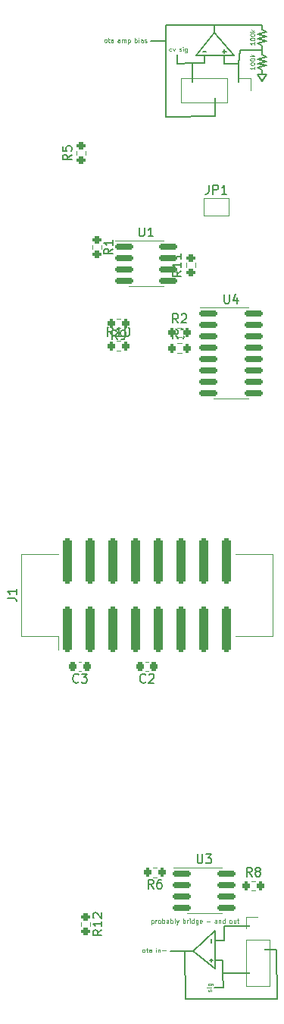
<source format=gbr>
%TF.GenerationSoftware,KiCad,Pcbnew,(7.0.0)*%
%TF.CreationDate,2023-03-26T07:08:48-07:00*%
%TF.ProjectId,electricdruid_vca,656c6563-7472-4696-9364-727569645f76,rev?*%
%TF.SameCoordinates,Original*%
%TF.FileFunction,Legend,Top*%
%TF.FilePolarity,Positive*%
%FSLAX46Y46*%
G04 Gerber Fmt 4.6, Leading zero omitted, Abs format (unit mm)*
G04 Created by KiCad (PCBNEW (7.0.0)) date 2023-03-26 07:08:48*
%MOMM*%
%LPD*%
G01*
G04 APERTURE LIST*
G04 Aperture macros list*
%AMRoundRect*
0 Rectangle with rounded corners*
0 $1 Rounding radius*
0 $2 $3 $4 $5 $6 $7 $8 $9 X,Y pos of 4 corners*
0 Add a 4 corners polygon primitive as box body*
4,1,4,$2,$3,$4,$5,$6,$7,$8,$9,$2,$3,0*
0 Add four circle primitives for the rounded corners*
1,1,$1+$1,$2,$3*
1,1,$1+$1,$4,$5*
1,1,$1+$1,$6,$7*
1,1,$1+$1,$8,$9*
0 Add four rect primitives between the rounded corners*
20,1,$1+$1,$2,$3,$4,$5,0*
20,1,$1+$1,$4,$5,$6,$7,0*
20,1,$1+$1,$6,$7,$8,$9,0*
20,1,$1+$1,$8,$9,$2,$3,0*%
%AMFreePoly0*
4,1,6,1.000000,0.000000,0.500000,-0.750000,-0.500000,-0.750000,-0.500000,0.750000,0.500000,0.750000,1.000000,0.000000,1.000000,0.000000,$1*%
%AMFreePoly1*
4,1,6,0.500000,-0.750000,-0.650000,-0.750000,-0.150000,0.000000,-0.650000,0.750000,0.500000,0.750000,0.500000,-0.750000,0.500000,-0.750000,$1*%
G04 Aperture macros list end*
%ADD10C,0.150000*%
%ADD11C,0.125000*%
%ADD12C,0.120000*%
%ADD13RoundRect,0.200000X-0.275000X0.200000X-0.275000X-0.200000X0.275000X-0.200000X0.275000X0.200000X0*%
%ADD14RoundRect,0.200000X0.200000X0.275000X-0.200000X0.275000X-0.200000X-0.275000X0.200000X-0.275000X0*%
%ADD15FreePoly0,0.000000*%
%ADD16FreePoly1,0.000000*%
%ADD17RoundRect,0.200000X-0.200000X-0.275000X0.200000X-0.275000X0.200000X0.275000X-0.200000X0.275000X0*%
%ADD18RoundRect,0.150000X-0.850000X-0.150000X0.850000X-0.150000X0.850000X0.150000X-0.850000X0.150000X0*%
%ADD19RoundRect,0.225000X0.225000X0.250000X-0.225000X0.250000X-0.225000X-0.250000X0.225000X-0.250000X0*%
%ADD20RoundRect,0.255000X0.255000X-2.245000X0.255000X2.245000X-0.255000X2.245000X-0.255000X-2.245000X0*%
%ADD21RoundRect,0.150000X-0.825000X-0.150000X0.825000X-0.150000X0.825000X0.150000X-0.825000X0.150000X0*%
%ADD22RoundRect,0.200000X0.275000X-0.200000X0.275000X0.200000X-0.275000X0.200000X-0.275000X-0.200000X0*%
%ADD23R,1.700000X1.700000*%
%ADD24O,1.700000X1.700000*%
%ADD25R,1.930000X1.830000*%
%ADD26C,2.130000*%
%ADD27O,2.720000X3.240000*%
%ADD28R,1.800000X1.800000*%
%ADD29C,1.800000*%
G04 APERTURE END LIST*
D10*
X45600000Y-34300000D02*
X45600000Y-37300000D01*
X40500000Y-133250000D02*
X39625000Y-133250000D01*
X41800000Y-33400000D02*
X41800000Y-34200000D01*
X48750000Y-31750000D02*
X47750000Y-31500000D01*
X48250000Y-36250000D02*
X47750000Y-35500000D01*
X48750000Y-30750000D02*
X48250000Y-30500000D01*
X48250000Y-35000000D02*
X47750000Y-34750000D01*
X48250000Y-32250000D02*
X47750000Y-32000000D01*
X44000000Y-33400000D02*
X44000000Y-34300000D01*
X49825000Y-133125000D02*
X47025000Y-133125000D01*
X39625000Y-133250000D02*
X38000000Y-133250000D01*
X45750000Y-32750000D02*
X45600000Y-34300000D01*
X43000000Y-131000000D02*
X43000000Y-135250000D01*
X48750000Y-33500000D02*
X48250000Y-33250000D01*
X37500000Y-31750000D02*
X35750000Y-31750000D01*
X44000000Y-34300000D02*
X45600000Y-34300000D01*
X48250000Y-32750000D02*
X45750000Y-32750000D01*
X47750000Y-34750000D02*
X48750000Y-34500000D01*
X40400000Y-34200000D02*
X40400000Y-37200000D01*
X48750000Y-31250000D02*
X47750000Y-31000000D01*
X43950000Y-130500000D02*
X46950000Y-130500000D01*
X41650000Y-32900000D02*
X41950000Y-32900000D01*
X43950000Y-132100000D02*
X43950000Y-130500000D01*
X43050000Y-134300000D02*
X43850000Y-134300000D01*
X47750000Y-32000000D02*
X48750000Y-31750000D01*
X42550000Y-134450000D02*
X42550000Y-134150000D01*
X43000000Y-135250000D02*
X40500000Y-133250000D01*
X43850000Y-134300000D02*
X43850000Y-135700000D01*
X47750000Y-31000000D02*
X48750000Y-30750000D01*
X43850000Y-135700000D02*
X46850000Y-135700000D01*
X37500000Y-40250000D02*
X42975000Y-40175000D01*
X47750000Y-31500000D02*
X48750000Y-31250000D01*
X48250000Y-35500000D02*
X48250000Y-35000000D01*
X44000000Y-32700000D02*
X44000000Y-33100000D01*
X41800000Y-34200000D02*
X40400000Y-34200000D01*
X38750000Y-34250000D02*
X38750000Y-33250000D01*
X42975000Y-40175000D02*
X42975000Y-37375000D01*
X48250000Y-30500000D02*
X48250000Y-30000000D01*
X45100000Y-33350000D02*
X40850000Y-33350000D01*
X37500000Y-30000000D02*
X37500000Y-40250000D01*
X48250000Y-30000000D02*
X42850000Y-29975000D01*
X42550000Y-132300000D02*
X42550000Y-131900000D01*
X39625000Y-133250000D02*
X39650000Y-138600000D01*
X48750000Y-34500000D02*
X47750000Y-34250000D01*
X42850000Y-30850000D02*
X45100000Y-33350000D01*
X43850000Y-135700000D02*
X43900000Y-137350000D01*
X47750000Y-33750000D02*
X48750000Y-33500000D01*
X49900000Y-138600000D02*
X49825000Y-133125000D01*
X48250000Y-32750000D02*
X48250000Y-32250000D01*
X40500000Y-133250000D02*
X43000000Y-131000000D01*
X48750000Y-34000000D02*
X47750000Y-33750000D01*
X48250000Y-33250000D02*
X48250000Y-32750000D01*
X43900000Y-137350000D02*
X42900000Y-137350000D01*
X47750000Y-35500000D02*
X48750000Y-35500000D01*
X47750000Y-34250000D02*
X48750000Y-34000000D01*
X42850000Y-30850000D02*
X42850000Y-29975000D01*
X40400000Y-34200000D02*
X38750000Y-34250000D01*
X42350000Y-134300000D02*
X42750000Y-134300000D01*
X39650000Y-138600000D02*
X49900000Y-138600000D01*
X43800000Y-32900000D02*
X44200000Y-32900000D01*
X43050000Y-132100000D02*
X43950000Y-132100000D01*
X40850000Y-33350000D02*
X42850000Y-30850000D01*
X42850000Y-29975000D02*
X37500000Y-30000000D01*
X48750000Y-35500000D02*
X48250000Y-36250000D01*
D11*
X38083333Y-32867380D02*
X38035714Y-32891190D01*
X38035714Y-32891190D02*
X37940476Y-32891190D01*
X37940476Y-32891190D02*
X37892857Y-32867380D01*
X37892857Y-32867380D02*
X37869047Y-32843571D01*
X37869047Y-32843571D02*
X37845238Y-32795952D01*
X37845238Y-32795952D02*
X37845238Y-32653095D01*
X37845238Y-32653095D02*
X37869047Y-32605476D01*
X37869047Y-32605476D02*
X37892857Y-32581666D01*
X37892857Y-32581666D02*
X37940476Y-32557857D01*
X37940476Y-32557857D02*
X38035714Y-32557857D01*
X38035714Y-32557857D02*
X38083333Y-32581666D01*
X38249999Y-32557857D02*
X38369047Y-32891190D01*
X38369047Y-32891190D02*
X38488094Y-32557857D01*
X38954761Y-32867380D02*
X39002380Y-32891190D01*
X39002380Y-32891190D02*
X39097618Y-32891190D01*
X39097618Y-32891190D02*
X39145237Y-32867380D01*
X39145237Y-32867380D02*
X39169046Y-32819761D01*
X39169046Y-32819761D02*
X39169046Y-32795952D01*
X39169046Y-32795952D02*
X39145237Y-32748333D01*
X39145237Y-32748333D02*
X39097618Y-32724523D01*
X39097618Y-32724523D02*
X39026189Y-32724523D01*
X39026189Y-32724523D02*
X38978570Y-32700714D01*
X38978570Y-32700714D02*
X38954761Y-32653095D01*
X38954761Y-32653095D02*
X38954761Y-32629285D01*
X38954761Y-32629285D02*
X38978570Y-32581666D01*
X38978570Y-32581666D02*
X39026189Y-32557857D01*
X39026189Y-32557857D02*
X39097618Y-32557857D01*
X39097618Y-32557857D02*
X39145237Y-32581666D01*
X39383332Y-32891190D02*
X39383332Y-32557857D01*
X39383332Y-32391190D02*
X39359523Y-32415000D01*
X39359523Y-32415000D02*
X39383332Y-32438809D01*
X39383332Y-32438809D02*
X39407142Y-32415000D01*
X39407142Y-32415000D02*
X39383332Y-32391190D01*
X39383332Y-32391190D02*
X39383332Y-32438809D01*
X39835713Y-32557857D02*
X39835713Y-32962619D01*
X39835713Y-32962619D02*
X39811903Y-33010238D01*
X39811903Y-33010238D02*
X39788094Y-33034047D01*
X39788094Y-33034047D02*
X39740475Y-33057857D01*
X39740475Y-33057857D02*
X39669046Y-33057857D01*
X39669046Y-33057857D02*
X39621427Y-33034047D01*
X39835713Y-32867380D02*
X39788094Y-32891190D01*
X39788094Y-32891190D02*
X39692856Y-32891190D01*
X39692856Y-32891190D02*
X39645237Y-32867380D01*
X39645237Y-32867380D02*
X39621427Y-32843571D01*
X39621427Y-32843571D02*
X39597618Y-32795952D01*
X39597618Y-32795952D02*
X39597618Y-32653095D01*
X39597618Y-32653095D02*
X39621427Y-32605476D01*
X39621427Y-32605476D02*
X39645237Y-32581666D01*
X39645237Y-32581666D02*
X39692856Y-32557857D01*
X39692856Y-32557857D02*
X39788094Y-32557857D01*
X39788094Y-32557857D02*
X39835713Y-32581666D01*
X35869047Y-129807857D02*
X35869047Y-130307857D01*
X35869047Y-129831666D02*
X35916666Y-129807857D01*
X35916666Y-129807857D02*
X36011904Y-129807857D01*
X36011904Y-129807857D02*
X36059523Y-129831666D01*
X36059523Y-129831666D02*
X36083333Y-129855476D01*
X36083333Y-129855476D02*
X36107142Y-129903095D01*
X36107142Y-129903095D02*
X36107142Y-130045952D01*
X36107142Y-130045952D02*
X36083333Y-130093571D01*
X36083333Y-130093571D02*
X36059523Y-130117380D01*
X36059523Y-130117380D02*
X36011904Y-130141190D01*
X36011904Y-130141190D02*
X35916666Y-130141190D01*
X35916666Y-130141190D02*
X35869047Y-130117380D01*
X36321428Y-130141190D02*
X36321428Y-129807857D01*
X36321428Y-129903095D02*
X36345238Y-129855476D01*
X36345238Y-129855476D02*
X36369047Y-129831666D01*
X36369047Y-129831666D02*
X36416666Y-129807857D01*
X36416666Y-129807857D02*
X36464285Y-129807857D01*
X36702381Y-130141190D02*
X36654762Y-130117380D01*
X36654762Y-130117380D02*
X36630952Y-130093571D01*
X36630952Y-130093571D02*
X36607143Y-130045952D01*
X36607143Y-130045952D02*
X36607143Y-129903095D01*
X36607143Y-129903095D02*
X36630952Y-129855476D01*
X36630952Y-129855476D02*
X36654762Y-129831666D01*
X36654762Y-129831666D02*
X36702381Y-129807857D01*
X36702381Y-129807857D02*
X36773809Y-129807857D01*
X36773809Y-129807857D02*
X36821428Y-129831666D01*
X36821428Y-129831666D02*
X36845238Y-129855476D01*
X36845238Y-129855476D02*
X36869047Y-129903095D01*
X36869047Y-129903095D02*
X36869047Y-130045952D01*
X36869047Y-130045952D02*
X36845238Y-130093571D01*
X36845238Y-130093571D02*
X36821428Y-130117380D01*
X36821428Y-130117380D02*
X36773809Y-130141190D01*
X36773809Y-130141190D02*
X36702381Y-130141190D01*
X37083333Y-130141190D02*
X37083333Y-129641190D01*
X37083333Y-129831666D02*
X37130952Y-129807857D01*
X37130952Y-129807857D02*
X37226190Y-129807857D01*
X37226190Y-129807857D02*
X37273809Y-129831666D01*
X37273809Y-129831666D02*
X37297619Y-129855476D01*
X37297619Y-129855476D02*
X37321428Y-129903095D01*
X37321428Y-129903095D02*
X37321428Y-130045952D01*
X37321428Y-130045952D02*
X37297619Y-130093571D01*
X37297619Y-130093571D02*
X37273809Y-130117380D01*
X37273809Y-130117380D02*
X37226190Y-130141190D01*
X37226190Y-130141190D02*
X37130952Y-130141190D01*
X37130952Y-130141190D02*
X37083333Y-130117380D01*
X37750000Y-130141190D02*
X37750000Y-129879285D01*
X37750000Y-129879285D02*
X37726190Y-129831666D01*
X37726190Y-129831666D02*
X37678571Y-129807857D01*
X37678571Y-129807857D02*
X37583333Y-129807857D01*
X37583333Y-129807857D02*
X37535714Y-129831666D01*
X37750000Y-130117380D02*
X37702381Y-130141190D01*
X37702381Y-130141190D02*
X37583333Y-130141190D01*
X37583333Y-130141190D02*
X37535714Y-130117380D01*
X37535714Y-130117380D02*
X37511905Y-130069761D01*
X37511905Y-130069761D02*
X37511905Y-130022142D01*
X37511905Y-130022142D02*
X37535714Y-129974523D01*
X37535714Y-129974523D02*
X37583333Y-129950714D01*
X37583333Y-129950714D02*
X37702381Y-129950714D01*
X37702381Y-129950714D02*
X37750000Y-129926904D01*
X37988095Y-130141190D02*
X37988095Y-129641190D01*
X37988095Y-129831666D02*
X38035714Y-129807857D01*
X38035714Y-129807857D02*
X38130952Y-129807857D01*
X38130952Y-129807857D02*
X38178571Y-129831666D01*
X38178571Y-129831666D02*
X38202381Y-129855476D01*
X38202381Y-129855476D02*
X38226190Y-129903095D01*
X38226190Y-129903095D02*
X38226190Y-130045952D01*
X38226190Y-130045952D02*
X38202381Y-130093571D01*
X38202381Y-130093571D02*
X38178571Y-130117380D01*
X38178571Y-130117380D02*
X38130952Y-130141190D01*
X38130952Y-130141190D02*
X38035714Y-130141190D01*
X38035714Y-130141190D02*
X37988095Y-130117380D01*
X38511905Y-130141190D02*
X38464286Y-130117380D01*
X38464286Y-130117380D02*
X38440476Y-130069761D01*
X38440476Y-130069761D02*
X38440476Y-129641190D01*
X38654762Y-129807857D02*
X38773810Y-130141190D01*
X38892857Y-129807857D02*
X38773810Y-130141190D01*
X38773810Y-130141190D02*
X38726191Y-130260238D01*
X38726191Y-130260238D02*
X38702381Y-130284047D01*
X38702381Y-130284047D02*
X38654762Y-130307857D01*
X39383333Y-130141190D02*
X39383333Y-129641190D01*
X39383333Y-129831666D02*
X39430952Y-129807857D01*
X39430952Y-129807857D02*
X39526190Y-129807857D01*
X39526190Y-129807857D02*
X39573809Y-129831666D01*
X39573809Y-129831666D02*
X39597619Y-129855476D01*
X39597619Y-129855476D02*
X39621428Y-129903095D01*
X39621428Y-129903095D02*
X39621428Y-130045952D01*
X39621428Y-130045952D02*
X39597619Y-130093571D01*
X39597619Y-130093571D02*
X39573809Y-130117380D01*
X39573809Y-130117380D02*
X39526190Y-130141190D01*
X39526190Y-130141190D02*
X39430952Y-130141190D01*
X39430952Y-130141190D02*
X39383333Y-130117380D01*
X39835714Y-130141190D02*
X39835714Y-129807857D01*
X39835714Y-129903095D02*
X39859524Y-129855476D01*
X39859524Y-129855476D02*
X39883333Y-129831666D01*
X39883333Y-129831666D02*
X39930952Y-129807857D01*
X39930952Y-129807857D02*
X39978571Y-129807857D01*
X40145238Y-130141190D02*
X40145238Y-129807857D01*
X40145238Y-129641190D02*
X40121429Y-129665000D01*
X40121429Y-129665000D02*
X40145238Y-129688809D01*
X40145238Y-129688809D02*
X40169048Y-129665000D01*
X40169048Y-129665000D02*
X40145238Y-129641190D01*
X40145238Y-129641190D02*
X40145238Y-129688809D01*
X40597619Y-130141190D02*
X40597619Y-129641190D01*
X40597619Y-130117380D02*
X40550000Y-130141190D01*
X40550000Y-130141190D02*
X40454762Y-130141190D01*
X40454762Y-130141190D02*
X40407143Y-130117380D01*
X40407143Y-130117380D02*
X40383333Y-130093571D01*
X40383333Y-130093571D02*
X40359524Y-130045952D01*
X40359524Y-130045952D02*
X40359524Y-129903095D01*
X40359524Y-129903095D02*
X40383333Y-129855476D01*
X40383333Y-129855476D02*
X40407143Y-129831666D01*
X40407143Y-129831666D02*
X40454762Y-129807857D01*
X40454762Y-129807857D02*
X40550000Y-129807857D01*
X40550000Y-129807857D02*
X40597619Y-129831666D01*
X41050000Y-129807857D02*
X41050000Y-130212619D01*
X41050000Y-130212619D02*
X41026190Y-130260238D01*
X41026190Y-130260238D02*
X41002381Y-130284047D01*
X41002381Y-130284047D02*
X40954762Y-130307857D01*
X40954762Y-130307857D02*
X40883333Y-130307857D01*
X40883333Y-130307857D02*
X40835714Y-130284047D01*
X41050000Y-130117380D02*
X41002381Y-130141190D01*
X41002381Y-130141190D02*
X40907143Y-130141190D01*
X40907143Y-130141190D02*
X40859524Y-130117380D01*
X40859524Y-130117380D02*
X40835714Y-130093571D01*
X40835714Y-130093571D02*
X40811905Y-130045952D01*
X40811905Y-130045952D02*
X40811905Y-129903095D01*
X40811905Y-129903095D02*
X40835714Y-129855476D01*
X40835714Y-129855476D02*
X40859524Y-129831666D01*
X40859524Y-129831666D02*
X40907143Y-129807857D01*
X40907143Y-129807857D02*
X41002381Y-129807857D01*
X41002381Y-129807857D02*
X41050000Y-129831666D01*
X41478571Y-130117380D02*
X41430952Y-130141190D01*
X41430952Y-130141190D02*
X41335714Y-130141190D01*
X41335714Y-130141190D02*
X41288095Y-130117380D01*
X41288095Y-130117380D02*
X41264286Y-130069761D01*
X41264286Y-130069761D02*
X41264286Y-129879285D01*
X41264286Y-129879285D02*
X41288095Y-129831666D01*
X41288095Y-129831666D02*
X41335714Y-129807857D01*
X41335714Y-129807857D02*
X41430952Y-129807857D01*
X41430952Y-129807857D02*
X41478571Y-129831666D01*
X41478571Y-129831666D02*
X41502381Y-129879285D01*
X41502381Y-129879285D02*
X41502381Y-129926904D01*
X41502381Y-129926904D02*
X41264286Y-129974523D01*
X42016666Y-129950714D02*
X42397619Y-129950714D01*
X43150000Y-130141190D02*
X43150000Y-129879285D01*
X43150000Y-129879285D02*
X43126190Y-129831666D01*
X43126190Y-129831666D02*
X43078571Y-129807857D01*
X43078571Y-129807857D02*
X42983333Y-129807857D01*
X42983333Y-129807857D02*
X42935714Y-129831666D01*
X43150000Y-130117380D02*
X43102381Y-130141190D01*
X43102381Y-130141190D02*
X42983333Y-130141190D01*
X42983333Y-130141190D02*
X42935714Y-130117380D01*
X42935714Y-130117380D02*
X42911905Y-130069761D01*
X42911905Y-130069761D02*
X42911905Y-130022142D01*
X42911905Y-130022142D02*
X42935714Y-129974523D01*
X42935714Y-129974523D02*
X42983333Y-129950714D01*
X42983333Y-129950714D02*
X43102381Y-129950714D01*
X43102381Y-129950714D02*
X43150000Y-129926904D01*
X43388095Y-129807857D02*
X43388095Y-130141190D01*
X43388095Y-129855476D02*
X43411905Y-129831666D01*
X43411905Y-129831666D02*
X43459524Y-129807857D01*
X43459524Y-129807857D02*
X43530952Y-129807857D01*
X43530952Y-129807857D02*
X43578571Y-129831666D01*
X43578571Y-129831666D02*
X43602381Y-129879285D01*
X43602381Y-129879285D02*
X43602381Y-130141190D01*
X44054762Y-130141190D02*
X44054762Y-129641190D01*
X44054762Y-130117380D02*
X44007143Y-130141190D01*
X44007143Y-130141190D02*
X43911905Y-130141190D01*
X43911905Y-130141190D02*
X43864286Y-130117380D01*
X43864286Y-130117380D02*
X43840476Y-130093571D01*
X43840476Y-130093571D02*
X43816667Y-130045952D01*
X43816667Y-130045952D02*
X43816667Y-129903095D01*
X43816667Y-129903095D02*
X43840476Y-129855476D01*
X43840476Y-129855476D02*
X43864286Y-129831666D01*
X43864286Y-129831666D02*
X43911905Y-129807857D01*
X43911905Y-129807857D02*
X44007143Y-129807857D01*
X44007143Y-129807857D02*
X44054762Y-129831666D01*
X44664286Y-130141190D02*
X44616667Y-130117380D01*
X44616667Y-130117380D02*
X44592857Y-130093571D01*
X44592857Y-130093571D02*
X44569048Y-130045952D01*
X44569048Y-130045952D02*
X44569048Y-129903095D01*
X44569048Y-129903095D02*
X44592857Y-129855476D01*
X44592857Y-129855476D02*
X44616667Y-129831666D01*
X44616667Y-129831666D02*
X44664286Y-129807857D01*
X44664286Y-129807857D02*
X44735714Y-129807857D01*
X44735714Y-129807857D02*
X44783333Y-129831666D01*
X44783333Y-129831666D02*
X44807143Y-129855476D01*
X44807143Y-129855476D02*
X44830952Y-129903095D01*
X44830952Y-129903095D02*
X44830952Y-130045952D01*
X44830952Y-130045952D02*
X44807143Y-130093571D01*
X44807143Y-130093571D02*
X44783333Y-130117380D01*
X44783333Y-130117380D02*
X44735714Y-130141190D01*
X44735714Y-130141190D02*
X44664286Y-130141190D01*
X45259524Y-129807857D02*
X45259524Y-130141190D01*
X45045238Y-129807857D02*
X45045238Y-130069761D01*
X45045238Y-130069761D02*
X45069048Y-130117380D01*
X45069048Y-130117380D02*
X45116667Y-130141190D01*
X45116667Y-130141190D02*
X45188095Y-130141190D01*
X45188095Y-130141190D02*
X45235714Y-130117380D01*
X45235714Y-130117380D02*
X45259524Y-130093571D01*
X45426191Y-129807857D02*
X45616667Y-129807857D01*
X45497619Y-129641190D02*
X45497619Y-130069761D01*
X45497619Y-130069761D02*
X45521429Y-130117380D01*
X45521429Y-130117380D02*
X45569048Y-130141190D01*
X45569048Y-130141190D02*
X45616667Y-130141190D01*
X47391190Y-34619047D02*
X47391190Y-34904761D01*
X47391190Y-34761904D02*
X46891190Y-34761904D01*
X46891190Y-34761904D02*
X46962619Y-34809523D01*
X46962619Y-34809523D02*
X47010238Y-34857142D01*
X47010238Y-34857142D02*
X47034047Y-34904761D01*
X46891190Y-34309524D02*
X46891190Y-34261905D01*
X46891190Y-34261905D02*
X46915000Y-34214286D01*
X46915000Y-34214286D02*
X46938809Y-34190476D01*
X46938809Y-34190476D02*
X46986428Y-34166667D01*
X46986428Y-34166667D02*
X47081666Y-34142857D01*
X47081666Y-34142857D02*
X47200714Y-34142857D01*
X47200714Y-34142857D02*
X47295952Y-34166667D01*
X47295952Y-34166667D02*
X47343571Y-34190476D01*
X47343571Y-34190476D02*
X47367380Y-34214286D01*
X47367380Y-34214286D02*
X47391190Y-34261905D01*
X47391190Y-34261905D02*
X47391190Y-34309524D01*
X47391190Y-34309524D02*
X47367380Y-34357143D01*
X47367380Y-34357143D02*
X47343571Y-34380952D01*
X47343571Y-34380952D02*
X47295952Y-34404762D01*
X47295952Y-34404762D02*
X47200714Y-34428571D01*
X47200714Y-34428571D02*
X47081666Y-34428571D01*
X47081666Y-34428571D02*
X46986428Y-34404762D01*
X46986428Y-34404762D02*
X46938809Y-34380952D01*
X46938809Y-34380952D02*
X46915000Y-34357143D01*
X46915000Y-34357143D02*
X46891190Y-34309524D01*
X46891190Y-33833334D02*
X46891190Y-33785715D01*
X46891190Y-33785715D02*
X46915000Y-33738096D01*
X46915000Y-33738096D02*
X46938809Y-33714286D01*
X46938809Y-33714286D02*
X46986428Y-33690477D01*
X46986428Y-33690477D02*
X47081666Y-33666667D01*
X47081666Y-33666667D02*
X47200714Y-33666667D01*
X47200714Y-33666667D02*
X47295952Y-33690477D01*
X47295952Y-33690477D02*
X47343571Y-33714286D01*
X47343571Y-33714286D02*
X47367380Y-33738096D01*
X47367380Y-33738096D02*
X47391190Y-33785715D01*
X47391190Y-33785715D02*
X47391190Y-33833334D01*
X47391190Y-33833334D02*
X47367380Y-33880953D01*
X47367380Y-33880953D02*
X47343571Y-33904762D01*
X47343571Y-33904762D02*
X47295952Y-33928572D01*
X47295952Y-33928572D02*
X47200714Y-33952381D01*
X47200714Y-33952381D02*
X47081666Y-33952381D01*
X47081666Y-33952381D02*
X46986428Y-33928572D01*
X46986428Y-33928572D02*
X46938809Y-33904762D01*
X46938809Y-33904762D02*
X46915000Y-33880953D01*
X46915000Y-33880953D02*
X46891190Y-33833334D01*
X47391190Y-33452382D02*
X46891190Y-33452382D01*
X47200714Y-33404763D02*
X47391190Y-33261906D01*
X47057857Y-33261906D02*
X47248333Y-33452382D01*
X34940476Y-133391190D02*
X34892857Y-133367380D01*
X34892857Y-133367380D02*
X34869047Y-133343571D01*
X34869047Y-133343571D02*
X34845238Y-133295952D01*
X34845238Y-133295952D02*
X34845238Y-133153095D01*
X34845238Y-133153095D02*
X34869047Y-133105476D01*
X34869047Y-133105476D02*
X34892857Y-133081666D01*
X34892857Y-133081666D02*
X34940476Y-133057857D01*
X34940476Y-133057857D02*
X35011904Y-133057857D01*
X35011904Y-133057857D02*
X35059523Y-133081666D01*
X35059523Y-133081666D02*
X35083333Y-133105476D01*
X35083333Y-133105476D02*
X35107142Y-133153095D01*
X35107142Y-133153095D02*
X35107142Y-133295952D01*
X35107142Y-133295952D02*
X35083333Y-133343571D01*
X35083333Y-133343571D02*
X35059523Y-133367380D01*
X35059523Y-133367380D02*
X35011904Y-133391190D01*
X35011904Y-133391190D02*
X34940476Y-133391190D01*
X35250000Y-133057857D02*
X35440476Y-133057857D01*
X35321428Y-132891190D02*
X35321428Y-133319761D01*
X35321428Y-133319761D02*
X35345238Y-133367380D01*
X35345238Y-133367380D02*
X35392857Y-133391190D01*
X35392857Y-133391190D02*
X35440476Y-133391190D01*
X35821428Y-133391190D02*
X35821428Y-133129285D01*
X35821428Y-133129285D02*
X35797618Y-133081666D01*
X35797618Y-133081666D02*
X35749999Y-133057857D01*
X35749999Y-133057857D02*
X35654761Y-133057857D01*
X35654761Y-133057857D02*
X35607142Y-133081666D01*
X35821428Y-133367380D02*
X35773809Y-133391190D01*
X35773809Y-133391190D02*
X35654761Y-133391190D01*
X35654761Y-133391190D02*
X35607142Y-133367380D01*
X35607142Y-133367380D02*
X35583333Y-133319761D01*
X35583333Y-133319761D02*
X35583333Y-133272142D01*
X35583333Y-133272142D02*
X35607142Y-133224523D01*
X35607142Y-133224523D02*
X35654761Y-133200714D01*
X35654761Y-133200714D02*
X35773809Y-133200714D01*
X35773809Y-133200714D02*
X35821428Y-133176904D01*
X36359523Y-133391190D02*
X36359523Y-133057857D01*
X36359523Y-132891190D02*
X36335714Y-132915000D01*
X36335714Y-132915000D02*
X36359523Y-132938809D01*
X36359523Y-132938809D02*
X36383333Y-132915000D01*
X36383333Y-132915000D02*
X36359523Y-132891190D01*
X36359523Y-132891190D02*
X36359523Y-132938809D01*
X36597618Y-133057857D02*
X36597618Y-133391190D01*
X36597618Y-133105476D02*
X36621428Y-133081666D01*
X36621428Y-133081666D02*
X36669047Y-133057857D01*
X36669047Y-133057857D02*
X36740475Y-133057857D01*
X36740475Y-133057857D02*
X36788094Y-133081666D01*
X36788094Y-133081666D02*
X36811904Y-133129285D01*
X36811904Y-133129285D02*
X36811904Y-133391190D01*
X37049999Y-133200714D02*
X37430952Y-133200714D01*
X42517380Y-137754761D02*
X42541190Y-137707142D01*
X42541190Y-137707142D02*
X42541190Y-137611904D01*
X42541190Y-137611904D02*
X42517380Y-137564285D01*
X42517380Y-137564285D02*
X42469761Y-137540476D01*
X42469761Y-137540476D02*
X42445952Y-137540476D01*
X42445952Y-137540476D02*
X42398333Y-137564285D01*
X42398333Y-137564285D02*
X42374523Y-137611904D01*
X42374523Y-137611904D02*
X42374523Y-137683333D01*
X42374523Y-137683333D02*
X42350714Y-137730952D01*
X42350714Y-137730952D02*
X42303095Y-137754761D01*
X42303095Y-137754761D02*
X42279285Y-137754761D01*
X42279285Y-137754761D02*
X42231666Y-137730952D01*
X42231666Y-137730952D02*
X42207857Y-137683333D01*
X42207857Y-137683333D02*
X42207857Y-137611904D01*
X42207857Y-137611904D02*
X42231666Y-137564285D01*
X42541190Y-137326190D02*
X42207857Y-137326190D01*
X42041190Y-137326190D02*
X42065000Y-137349999D01*
X42065000Y-137349999D02*
X42088809Y-137326190D01*
X42088809Y-137326190D02*
X42065000Y-137302380D01*
X42065000Y-137302380D02*
X42041190Y-137326190D01*
X42041190Y-137326190D02*
X42088809Y-137326190D01*
X42207857Y-136873809D02*
X42612619Y-136873809D01*
X42612619Y-136873809D02*
X42660238Y-136897619D01*
X42660238Y-136897619D02*
X42684047Y-136921428D01*
X42684047Y-136921428D02*
X42707857Y-136969047D01*
X42707857Y-136969047D02*
X42707857Y-137040476D01*
X42707857Y-137040476D02*
X42684047Y-137088095D01*
X42517380Y-136873809D02*
X42541190Y-136921428D01*
X42541190Y-136921428D02*
X42541190Y-137016666D01*
X42541190Y-137016666D02*
X42517380Y-137064285D01*
X42517380Y-137064285D02*
X42493571Y-137088095D01*
X42493571Y-137088095D02*
X42445952Y-137111904D01*
X42445952Y-137111904D02*
X42303095Y-137111904D01*
X42303095Y-137111904D02*
X42255476Y-137088095D01*
X42255476Y-137088095D02*
X42231666Y-137064285D01*
X42231666Y-137064285D02*
X42207857Y-137016666D01*
X42207857Y-137016666D02*
X42207857Y-136921428D01*
X42207857Y-136921428D02*
X42231666Y-136873809D01*
X30690476Y-31891190D02*
X30642857Y-31867380D01*
X30642857Y-31867380D02*
X30619047Y-31843571D01*
X30619047Y-31843571D02*
X30595238Y-31795952D01*
X30595238Y-31795952D02*
X30595238Y-31653095D01*
X30595238Y-31653095D02*
X30619047Y-31605476D01*
X30619047Y-31605476D02*
X30642857Y-31581666D01*
X30642857Y-31581666D02*
X30690476Y-31557857D01*
X30690476Y-31557857D02*
X30761904Y-31557857D01*
X30761904Y-31557857D02*
X30809523Y-31581666D01*
X30809523Y-31581666D02*
X30833333Y-31605476D01*
X30833333Y-31605476D02*
X30857142Y-31653095D01*
X30857142Y-31653095D02*
X30857142Y-31795952D01*
X30857142Y-31795952D02*
X30833333Y-31843571D01*
X30833333Y-31843571D02*
X30809523Y-31867380D01*
X30809523Y-31867380D02*
X30761904Y-31891190D01*
X30761904Y-31891190D02*
X30690476Y-31891190D01*
X31000000Y-31557857D02*
X31190476Y-31557857D01*
X31071428Y-31391190D02*
X31071428Y-31819761D01*
X31071428Y-31819761D02*
X31095238Y-31867380D01*
X31095238Y-31867380D02*
X31142857Y-31891190D01*
X31142857Y-31891190D02*
X31190476Y-31891190D01*
X31571428Y-31891190D02*
X31571428Y-31629285D01*
X31571428Y-31629285D02*
X31547618Y-31581666D01*
X31547618Y-31581666D02*
X31499999Y-31557857D01*
X31499999Y-31557857D02*
X31404761Y-31557857D01*
X31404761Y-31557857D02*
X31357142Y-31581666D01*
X31571428Y-31867380D02*
X31523809Y-31891190D01*
X31523809Y-31891190D02*
X31404761Y-31891190D01*
X31404761Y-31891190D02*
X31357142Y-31867380D01*
X31357142Y-31867380D02*
X31333333Y-31819761D01*
X31333333Y-31819761D02*
X31333333Y-31772142D01*
X31333333Y-31772142D02*
X31357142Y-31724523D01*
X31357142Y-31724523D02*
X31404761Y-31700714D01*
X31404761Y-31700714D02*
X31523809Y-31700714D01*
X31523809Y-31700714D02*
X31571428Y-31676904D01*
X32323809Y-31891190D02*
X32323809Y-31629285D01*
X32323809Y-31629285D02*
X32299999Y-31581666D01*
X32299999Y-31581666D02*
X32252380Y-31557857D01*
X32252380Y-31557857D02*
X32157142Y-31557857D01*
X32157142Y-31557857D02*
X32109523Y-31581666D01*
X32323809Y-31867380D02*
X32276190Y-31891190D01*
X32276190Y-31891190D02*
X32157142Y-31891190D01*
X32157142Y-31891190D02*
X32109523Y-31867380D01*
X32109523Y-31867380D02*
X32085714Y-31819761D01*
X32085714Y-31819761D02*
X32085714Y-31772142D01*
X32085714Y-31772142D02*
X32109523Y-31724523D01*
X32109523Y-31724523D02*
X32157142Y-31700714D01*
X32157142Y-31700714D02*
X32276190Y-31700714D01*
X32276190Y-31700714D02*
X32323809Y-31676904D01*
X32561904Y-31891190D02*
X32561904Y-31557857D01*
X32561904Y-31605476D02*
X32585714Y-31581666D01*
X32585714Y-31581666D02*
X32633333Y-31557857D01*
X32633333Y-31557857D02*
X32704761Y-31557857D01*
X32704761Y-31557857D02*
X32752380Y-31581666D01*
X32752380Y-31581666D02*
X32776190Y-31629285D01*
X32776190Y-31629285D02*
X32776190Y-31891190D01*
X32776190Y-31629285D02*
X32799999Y-31581666D01*
X32799999Y-31581666D02*
X32847618Y-31557857D01*
X32847618Y-31557857D02*
X32919047Y-31557857D01*
X32919047Y-31557857D02*
X32966666Y-31581666D01*
X32966666Y-31581666D02*
X32990476Y-31629285D01*
X32990476Y-31629285D02*
X32990476Y-31891190D01*
X33228571Y-31557857D02*
X33228571Y-32057857D01*
X33228571Y-31581666D02*
X33276190Y-31557857D01*
X33276190Y-31557857D02*
X33371428Y-31557857D01*
X33371428Y-31557857D02*
X33419047Y-31581666D01*
X33419047Y-31581666D02*
X33442857Y-31605476D01*
X33442857Y-31605476D02*
X33466666Y-31653095D01*
X33466666Y-31653095D02*
X33466666Y-31795952D01*
X33466666Y-31795952D02*
X33442857Y-31843571D01*
X33442857Y-31843571D02*
X33419047Y-31867380D01*
X33419047Y-31867380D02*
X33371428Y-31891190D01*
X33371428Y-31891190D02*
X33276190Y-31891190D01*
X33276190Y-31891190D02*
X33228571Y-31867380D01*
X33980952Y-31891190D02*
X33980952Y-31391190D01*
X33980952Y-31581666D02*
X34028571Y-31557857D01*
X34028571Y-31557857D02*
X34123809Y-31557857D01*
X34123809Y-31557857D02*
X34171428Y-31581666D01*
X34171428Y-31581666D02*
X34195238Y-31605476D01*
X34195238Y-31605476D02*
X34219047Y-31653095D01*
X34219047Y-31653095D02*
X34219047Y-31795952D01*
X34219047Y-31795952D02*
X34195238Y-31843571D01*
X34195238Y-31843571D02*
X34171428Y-31867380D01*
X34171428Y-31867380D02*
X34123809Y-31891190D01*
X34123809Y-31891190D02*
X34028571Y-31891190D01*
X34028571Y-31891190D02*
X33980952Y-31867380D01*
X34433333Y-31891190D02*
X34433333Y-31557857D01*
X34433333Y-31391190D02*
X34409524Y-31415000D01*
X34409524Y-31415000D02*
X34433333Y-31438809D01*
X34433333Y-31438809D02*
X34457143Y-31415000D01*
X34457143Y-31415000D02*
X34433333Y-31391190D01*
X34433333Y-31391190D02*
X34433333Y-31438809D01*
X34885714Y-31891190D02*
X34885714Y-31629285D01*
X34885714Y-31629285D02*
X34861904Y-31581666D01*
X34861904Y-31581666D02*
X34814285Y-31557857D01*
X34814285Y-31557857D02*
X34719047Y-31557857D01*
X34719047Y-31557857D02*
X34671428Y-31581666D01*
X34885714Y-31867380D02*
X34838095Y-31891190D01*
X34838095Y-31891190D02*
X34719047Y-31891190D01*
X34719047Y-31891190D02*
X34671428Y-31867380D01*
X34671428Y-31867380D02*
X34647619Y-31819761D01*
X34647619Y-31819761D02*
X34647619Y-31772142D01*
X34647619Y-31772142D02*
X34671428Y-31724523D01*
X34671428Y-31724523D02*
X34719047Y-31700714D01*
X34719047Y-31700714D02*
X34838095Y-31700714D01*
X34838095Y-31700714D02*
X34885714Y-31676904D01*
X35100000Y-31867380D02*
X35147619Y-31891190D01*
X35147619Y-31891190D02*
X35242857Y-31891190D01*
X35242857Y-31891190D02*
X35290476Y-31867380D01*
X35290476Y-31867380D02*
X35314285Y-31819761D01*
X35314285Y-31819761D02*
X35314285Y-31795952D01*
X35314285Y-31795952D02*
X35290476Y-31748333D01*
X35290476Y-31748333D02*
X35242857Y-31724523D01*
X35242857Y-31724523D02*
X35171428Y-31724523D01*
X35171428Y-31724523D02*
X35123809Y-31700714D01*
X35123809Y-31700714D02*
X35100000Y-31653095D01*
X35100000Y-31653095D02*
X35100000Y-31629285D01*
X35100000Y-31629285D02*
X35123809Y-31581666D01*
X35123809Y-31581666D02*
X35171428Y-31557857D01*
X35171428Y-31557857D02*
X35242857Y-31557857D01*
X35242857Y-31557857D02*
X35290476Y-31581666D01*
X47391190Y-31869047D02*
X47391190Y-32154761D01*
X47391190Y-32011904D02*
X46891190Y-32011904D01*
X46891190Y-32011904D02*
X46962619Y-32059523D01*
X46962619Y-32059523D02*
X47010238Y-32107142D01*
X47010238Y-32107142D02*
X47034047Y-32154761D01*
X46891190Y-31559524D02*
X46891190Y-31511905D01*
X46891190Y-31511905D02*
X46915000Y-31464286D01*
X46915000Y-31464286D02*
X46938809Y-31440476D01*
X46938809Y-31440476D02*
X46986428Y-31416667D01*
X46986428Y-31416667D02*
X47081666Y-31392857D01*
X47081666Y-31392857D02*
X47200714Y-31392857D01*
X47200714Y-31392857D02*
X47295952Y-31416667D01*
X47295952Y-31416667D02*
X47343571Y-31440476D01*
X47343571Y-31440476D02*
X47367380Y-31464286D01*
X47367380Y-31464286D02*
X47391190Y-31511905D01*
X47391190Y-31511905D02*
X47391190Y-31559524D01*
X47391190Y-31559524D02*
X47367380Y-31607143D01*
X47367380Y-31607143D02*
X47343571Y-31630952D01*
X47343571Y-31630952D02*
X47295952Y-31654762D01*
X47295952Y-31654762D02*
X47200714Y-31678571D01*
X47200714Y-31678571D02*
X47081666Y-31678571D01*
X47081666Y-31678571D02*
X46986428Y-31654762D01*
X46986428Y-31654762D02*
X46938809Y-31630952D01*
X46938809Y-31630952D02*
X46915000Y-31607143D01*
X46915000Y-31607143D02*
X46891190Y-31559524D01*
X46891190Y-31083334D02*
X46891190Y-31035715D01*
X46891190Y-31035715D02*
X46915000Y-30988096D01*
X46915000Y-30988096D02*
X46938809Y-30964286D01*
X46938809Y-30964286D02*
X46986428Y-30940477D01*
X46986428Y-30940477D02*
X47081666Y-30916667D01*
X47081666Y-30916667D02*
X47200714Y-30916667D01*
X47200714Y-30916667D02*
X47295952Y-30940477D01*
X47295952Y-30940477D02*
X47343571Y-30964286D01*
X47343571Y-30964286D02*
X47367380Y-30988096D01*
X47367380Y-30988096D02*
X47391190Y-31035715D01*
X47391190Y-31035715D02*
X47391190Y-31083334D01*
X47391190Y-31083334D02*
X47367380Y-31130953D01*
X47367380Y-31130953D02*
X47343571Y-31154762D01*
X47343571Y-31154762D02*
X47295952Y-31178572D01*
X47295952Y-31178572D02*
X47200714Y-31202381D01*
X47200714Y-31202381D02*
X47081666Y-31202381D01*
X47081666Y-31202381D02*
X46986428Y-31178572D01*
X46986428Y-31178572D02*
X46938809Y-31154762D01*
X46938809Y-31154762D02*
X46915000Y-31130953D01*
X46915000Y-31130953D02*
X46891190Y-31083334D01*
X47391190Y-30702382D02*
X46891190Y-30702382D01*
X47200714Y-30654763D02*
X47391190Y-30511906D01*
X47057857Y-30511906D02*
X47248333Y-30702382D01*
D10*
%TO.C,R12*%
X30297380Y-130892857D02*
X29821190Y-131226190D01*
X30297380Y-131464285D02*
X29297380Y-131464285D01*
X29297380Y-131464285D02*
X29297380Y-131083333D01*
X29297380Y-131083333D02*
X29345000Y-130988095D01*
X29345000Y-130988095D02*
X29392619Y-130940476D01*
X29392619Y-130940476D02*
X29487857Y-130892857D01*
X29487857Y-130892857D02*
X29630714Y-130892857D01*
X29630714Y-130892857D02*
X29725952Y-130940476D01*
X29725952Y-130940476D02*
X29773571Y-130988095D01*
X29773571Y-130988095D02*
X29821190Y-131083333D01*
X29821190Y-131083333D02*
X29821190Y-131464285D01*
X30297380Y-129940476D02*
X30297380Y-130511904D01*
X30297380Y-130226190D02*
X29297380Y-130226190D01*
X29297380Y-130226190D02*
X29440238Y-130321428D01*
X29440238Y-130321428D02*
X29535476Y-130416666D01*
X29535476Y-130416666D02*
X29583095Y-130511904D01*
X29392619Y-129559523D02*
X29345000Y-129511904D01*
X29345000Y-129511904D02*
X29297380Y-129416666D01*
X29297380Y-129416666D02*
X29297380Y-129178571D01*
X29297380Y-129178571D02*
X29345000Y-129083333D01*
X29345000Y-129083333D02*
X29392619Y-129035714D01*
X29392619Y-129035714D02*
X29487857Y-128988095D01*
X29487857Y-128988095D02*
X29583095Y-128988095D01*
X29583095Y-128988095D02*
X29725952Y-129035714D01*
X29725952Y-129035714D02*
X30297380Y-129607142D01*
X30297380Y-129607142D02*
X30297380Y-128988095D01*
%TO.C,R9*%
X32008333Y-65037380D02*
X31675000Y-64561190D01*
X31436905Y-65037380D02*
X31436905Y-64037380D01*
X31436905Y-64037380D02*
X31817857Y-64037380D01*
X31817857Y-64037380D02*
X31913095Y-64085000D01*
X31913095Y-64085000D02*
X31960714Y-64132619D01*
X31960714Y-64132619D02*
X32008333Y-64227857D01*
X32008333Y-64227857D02*
X32008333Y-64370714D01*
X32008333Y-64370714D02*
X31960714Y-64465952D01*
X31960714Y-64465952D02*
X31913095Y-64513571D01*
X31913095Y-64513571D02*
X31817857Y-64561190D01*
X31817857Y-64561190D02*
X31436905Y-64561190D01*
X32484524Y-65037380D02*
X32675000Y-65037380D01*
X32675000Y-65037380D02*
X32770238Y-64989761D01*
X32770238Y-64989761D02*
X32817857Y-64942142D01*
X32817857Y-64942142D02*
X32913095Y-64799285D01*
X32913095Y-64799285D02*
X32960714Y-64608809D01*
X32960714Y-64608809D02*
X32960714Y-64227857D01*
X32960714Y-64227857D02*
X32913095Y-64132619D01*
X32913095Y-64132619D02*
X32865476Y-64085000D01*
X32865476Y-64085000D02*
X32770238Y-64037380D01*
X32770238Y-64037380D02*
X32579762Y-64037380D01*
X32579762Y-64037380D02*
X32484524Y-64085000D01*
X32484524Y-64085000D02*
X32436905Y-64132619D01*
X32436905Y-64132619D02*
X32389286Y-64227857D01*
X32389286Y-64227857D02*
X32389286Y-64465952D01*
X32389286Y-64465952D02*
X32436905Y-64561190D01*
X32436905Y-64561190D02*
X32484524Y-64608809D01*
X32484524Y-64608809D02*
X32579762Y-64656428D01*
X32579762Y-64656428D02*
X32770238Y-64656428D01*
X32770238Y-64656428D02*
X32865476Y-64608809D01*
X32865476Y-64608809D02*
X32913095Y-64561190D01*
X32913095Y-64561190D02*
X32960714Y-64465952D01*
%TO.C,JP1*%
X42266666Y-47817380D02*
X42266666Y-48531666D01*
X42266666Y-48531666D02*
X42219047Y-48674523D01*
X42219047Y-48674523D02*
X42123809Y-48769761D01*
X42123809Y-48769761D02*
X41980952Y-48817380D01*
X41980952Y-48817380D02*
X41885714Y-48817380D01*
X42742857Y-48817380D02*
X42742857Y-47817380D01*
X42742857Y-47817380D02*
X43123809Y-47817380D01*
X43123809Y-47817380D02*
X43219047Y-47865000D01*
X43219047Y-47865000D02*
X43266666Y-47912619D01*
X43266666Y-47912619D02*
X43314285Y-48007857D01*
X43314285Y-48007857D02*
X43314285Y-48150714D01*
X43314285Y-48150714D02*
X43266666Y-48245952D01*
X43266666Y-48245952D02*
X43219047Y-48293571D01*
X43219047Y-48293571D02*
X43123809Y-48341190D01*
X43123809Y-48341190D02*
X42742857Y-48341190D01*
X44266666Y-48817380D02*
X43695238Y-48817380D01*
X43980952Y-48817380D02*
X43980952Y-47817380D01*
X43980952Y-47817380D02*
X43885714Y-47960238D01*
X43885714Y-47960238D02*
X43790476Y-48055476D01*
X43790476Y-48055476D02*
X43695238Y-48103095D01*
%TO.C,R2*%
X38833333Y-63187380D02*
X38500000Y-62711190D01*
X38261905Y-63187380D02*
X38261905Y-62187380D01*
X38261905Y-62187380D02*
X38642857Y-62187380D01*
X38642857Y-62187380D02*
X38738095Y-62235000D01*
X38738095Y-62235000D02*
X38785714Y-62282619D01*
X38785714Y-62282619D02*
X38833333Y-62377857D01*
X38833333Y-62377857D02*
X38833333Y-62520714D01*
X38833333Y-62520714D02*
X38785714Y-62615952D01*
X38785714Y-62615952D02*
X38738095Y-62663571D01*
X38738095Y-62663571D02*
X38642857Y-62711190D01*
X38642857Y-62711190D02*
X38261905Y-62711190D01*
X39214286Y-62282619D02*
X39261905Y-62235000D01*
X39261905Y-62235000D02*
X39357143Y-62187380D01*
X39357143Y-62187380D02*
X39595238Y-62187380D01*
X39595238Y-62187380D02*
X39690476Y-62235000D01*
X39690476Y-62235000D02*
X39738095Y-62282619D01*
X39738095Y-62282619D02*
X39785714Y-62377857D01*
X39785714Y-62377857D02*
X39785714Y-62473095D01*
X39785714Y-62473095D02*
X39738095Y-62615952D01*
X39738095Y-62615952D02*
X39166667Y-63187380D01*
X39166667Y-63187380D02*
X39785714Y-63187380D01*
%TO.C,U4*%
X43988095Y-60022380D02*
X43988095Y-60831904D01*
X43988095Y-60831904D02*
X44035714Y-60927142D01*
X44035714Y-60927142D02*
X44083333Y-60974761D01*
X44083333Y-60974761D02*
X44178571Y-61022380D01*
X44178571Y-61022380D02*
X44369047Y-61022380D01*
X44369047Y-61022380D02*
X44464285Y-60974761D01*
X44464285Y-60974761D02*
X44511904Y-60927142D01*
X44511904Y-60927142D02*
X44559523Y-60831904D01*
X44559523Y-60831904D02*
X44559523Y-60022380D01*
X45464285Y-60355714D02*
X45464285Y-61022380D01*
X45226190Y-59974761D02*
X44988095Y-60689047D01*
X44988095Y-60689047D02*
X45607142Y-60689047D01*
%TO.C,C3*%
X27693333Y-103252142D02*
X27645714Y-103299761D01*
X27645714Y-103299761D02*
X27502857Y-103347380D01*
X27502857Y-103347380D02*
X27407619Y-103347380D01*
X27407619Y-103347380D02*
X27264762Y-103299761D01*
X27264762Y-103299761D02*
X27169524Y-103204523D01*
X27169524Y-103204523D02*
X27121905Y-103109285D01*
X27121905Y-103109285D02*
X27074286Y-102918809D01*
X27074286Y-102918809D02*
X27074286Y-102775952D01*
X27074286Y-102775952D02*
X27121905Y-102585476D01*
X27121905Y-102585476D02*
X27169524Y-102490238D01*
X27169524Y-102490238D02*
X27264762Y-102395000D01*
X27264762Y-102395000D02*
X27407619Y-102347380D01*
X27407619Y-102347380D02*
X27502857Y-102347380D01*
X27502857Y-102347380D02*
X27645714Y-102395000D01*
X27645714Y-102395000D02*
X27693333Y-102442619D01*
X28026667Y-102347380D02*
X28645714Y-102347380D01*
X28645714Y-102347380D02*
X28312381Y-102728333D01*
X28312381Y-102728333D02*
X28455238Y-102728333D01*
X28455238Y-102728333D02*
X28550476Y-102775952D01*
X28550476Y-102775952D02*
X28598095Y-102823571D01*
X28598095Y-102823571D02*
X28645714Y-102918809D01*
X28645714Y-102918809D02*
X28645714Y-103156904D01*
X28645714Y-103156904D02*
X28598095Y-103252142D01*
X28598095Y-103252142D02*
X28550476Y-103299761D01*
X28550476Y-103299761D02*
X28455238Y-103347380D01*
X28455238Y-103347380D02*
X28169524Y-103347380D01*
X28169524Y-103347380D02*
X28074286Y-103299761D01*
X28074286Y-103299761D02*
X28026667Y-103252142D01*
%TO.C,J1*%
X19757380Y-93883333D02*
X20471666Y-93883333D01*
X20471666Y-93883333D02*
X20614523Y-93930952D01*
X20614523Y-93930952D02*
X20709761Y-94026190D01*
X20709761Y-94026190D02*
X20757380Y-94169047D01*
X20757380Y-94169047D02*
X20757380Y-94264285D01*
X20757380Y-92883333D02*
X20757380Y-93454761D01*
X20757380Y-93169047D02*
X19757380Y-93169047D01*
X19757380Y-93169047D02*
X19900238Y-93264285D01*
X19900238Y-93264285D02*
X19995476Y-93359523D01*
X19995476Y-93359523D02*
X20043095Y-93454761D01*
%TO.C,C2*%
X35193333Y-103252142D02*
X35145714Y-103299761D01*
X35145714Y-103299761D02*
X35002857Y-103347380D01*
X35002857Y-103347380D02*
X34907619Y-103347380D01*
X34907619Y-103347380D02*
X34764762Y-103299761D01*
X34764762Y-103299761D02*
X34669524Y-103204523D01*
X34669524Y-103204523D02*
X34621905Y-103109285D01*
X34621905Y-103109285D02*
X34574286Y-102918809D01*
X34574286Y-102918809D02*
X34574286Y-102775952D01*
X34574286Y-102775952D02*
X34621905Y-102585476D01*
X34621905Y-102585476D02*
X34669524Y-102490238D01*
X34669524Y-102490238D02*
X34764762Y-102395000D01*
X34764762Y-102395000D02*
X34907619Y-102347380D01*
X34907619Y-102347380D02*
X35002857Y-102347380D01*
X35002857Y-102347380D02*
X35145714Y-102395000D01*
X35145714Y-102395000D02*
X35193333Y-102442619D01*
X35574286Y-102442619D02*
X35621905Y-102395000D01*
X35621905Y-102395000D02*
X35717143Y-102347380D01*
X35717143Y-102347380D02*
X35955238Y-102347380D01*
X35955238Y-102347380D02*
X36050476Y-102395000D01*
X36050476Y-102395000D02*
X36098095Y-102442619D01*
X36098095Y-102442619D02*
X36145714Y-102537857D01*
X36145714Y-102537857D02*
X36145714Y-102633095D01*
X36145714Y-102633095D02*
X36098095Y-102775952D01*
X36098095Y-102775952D02*
X35526667Y-103347380D01*
X35526667Y-103347380D02*
X36145714Y-103347380D01*
%TO.C,U3*%
X40988095Y-122467380D02*
X40988095Y-123276904D01*
X40988095Y-123276904D02*
X41035714Y-123372142D01*
X41035714Y-123372142D02*
X41083333Y-123419761D01*
X41083333Y-123419761D02*
X41178571Y-123467380D01*
X41178571Y-123467380D02*
X41369047Y-123467380D01*
X41369047Y-123467380D02*
X41464285Y-123419761D01*
X41464285Y-123419761D02*
X41511904Y-123372142D01*
X41511904Y-123372142D02*
X41559523Y-123276904D01*
X41559523Y-123276904D02*
X41559523Y-122467380D01*
X41940476Y-122467380D02*
X42559523Y-122467380D01*
X42559523Y-122467380D02*
X42226190Y-122848333D01*
X42226190Y-122848333D02*
X42369047Y-122848333D01*
X42369047Y-122848333D02*
X42464285Y-122895952D01*
X42464285Y-122895952D02*
X42511904Y-122943571D01*
X42511904Y-122943571D02*
X42559523Y-123038809D01*
X42559523Y-123038809D02*
X42559523Y-123276904D01*
X42559523Y-123276904D02*
X42511904Y-123372142D01*
X42511904Y-123372142D02*
X42464285Y-123419761D01*
X42464285Y-123419761D02*
X42369047Y-123467380D01*
X42369047Y-123467380D02*
X42083333Y-123467380D01*
X42083333Y-123467380D02*
X41988095Y-123419761D01*
X41988095Y-123419761D02*
X41940476Y-123372142D01*
%TO.C,R11*%
X39187380Y-57392857D02*
X38711190Y-57726190D01*
X39187380Y-57964285D02*
X38187380Y-57964285D01*
X38187380Y-57964285D02*
X38187380Y-57583333D01*
X38187380Y-57583333D02*
X38235000Y-57488095D01*
X38235000Y-57488095D02*
X38282619Y-57440476D01*
X38282619Y-57440476D02*
X38377857Y-57392857D01*
X38377857Y-57392857D02*
X38520714Y-57392857D01*
X38520714Y-57392857D02*
X38615952Y-57440476D01*
X38615952Y-57440476D02*
X38663571Y-57488095D01*
X38663571Y-57488095D02*
X38711190Y-57583333D01*
X38711190Y-57583333D02*
X38711190Y-57964285D01*
X39187380Y-56440476D02*
X39187380Y-57011904D01*
X39187380Y-56726190D02*
X38187380Y-56726190D01*
X38187380Y-56726190D02*
X38330238Y-56821428D01*
X38330238Y-56821428D02*
X38425476Y-56916666D01*
X38425476Y-56916666D02*
X38473095Y-57011904D01*
X39187380Y-55488095D02*
X39187380Y-56059523D01*
X39187380Y-55773809D02*
X38187380Y-55773809D01*
X38187380Y-55773809D02*
X38330238Y-55869047D01*
X38330238Y-55869047D02*
X38425476Y-55964285D01*
X38425476Y-55964285D02*
X38473095Y-56059523D01*
%TO.C,R1*%
X31547380Y-54916666D02*
X31071190Y-55249999D01*
X31547380Y-55488094D02*
X30547380Y-55488094D01*
X30547380Y-55488094D02*
X30547380Y-55107142D01*
X30547380Y-55107142D02*
X30595000Y-55011904D01*
X30595000Y-55011904D02*
X30642619Y-54964285D01*
X30642619Y-54964285D02*
X30737857Y-54916666D01*
X30737857Y-54916666D02*
X30880714Y-54916666D01*
X30880714Y-54916666D02*
X30975952Y-54964285D01*
X30975952Y-54964285D02*
X31023571Y-55011904D01*
X31023571Y-55011904D02*
X31071190Y-55107142D01*
X31071190Y-55107142D02*
X31071190Y-55488094D01*
X31547380Y-53964285D02*
X31547380Y-54535713D01*
X31547380Y-54249999D02*
X30547380Y-54249999D01*
X30547380Y-54249999D02*
X30690238Y-54345237D01*
X30690238Y-54345237D02*
X30785476Y-54440475D01*
X30785476Y-54440475D02*
X30833095Y-54535713D01*
%TO.C,U1*%
X34488095Y-52542380D02*
X34488095Y-53351904D01*
X34488095Y-53351904D02*
X34535714Y-53447142D01*
X34535714Y-53447142D02*
X34583333Y-53494761D01*
X34583333Y-53494761D02*
X34678571Y-53542380D01*
X34678571Y-53542380D02*
X34869047Y-53542380D01*
X34869047Y-53542380D02*
X34964285Y-53494761D01*
X34964285Y-53494761D02*
X35011904Y-53447142D01*
X35011904Y-53447142D02*
X35059523Y-53351904D01*
X35059523Y-53351904D02*
X35059523Y-52542380D01*
X36059523Y-53542380D02*
X35488095Y-53542380D01*
X35773809Y-53542380D02*
X35773809Y-52542380D01*
X35773809Y-52542380D02*
X35678571Y-52685238D01*
X35678571Y-52685238D02*
X35583333Y-52780476D01*
X35583333Y-52780476D02*
X35488095Y-52828095D01*
%TO.C,R10*%
X31532142Y-64687380D02*
X31198809Y-64211190D01*
X30960714Y-64687380D02*
X30960714Y-63687380D01*
X30960714Y-63687380D02*
X31341666Y-63687380D01*
X31341666Y-63687380D02*
X31436904Y-63735000D01*
X31436904Y-63735000D02*
X31484523Y-63782619D01*
X31484523Y-63782619D02*
X31532142Y-63877857D01*
X31532142Y-63877857D02*
X31532142Y-64020714D01*
X31532142Y-64020714D02*
X31484523Y-64115952D01*
X31484523Y-64115952D02*
X31436904Y-64163571D01*
X31436904Y-64163571D02*
X31341666Y-64211190D01*
X31341666Y-64211190D02*
X30960714Y-64211190D01*
X32484523Y-64687380D02*
X31913095Y-64687380D01*
X32198809Y-64687380D02*
X32198809Y-63687380D01*
X32198809Y-63687380D02*
X32103571Y-63830238D01*
X32103571Y-63830238D02*
X32008333Y-63925476D01*
X32008333Y-63925476D02*
X31913095Y-63973095D01*
X33103571Y-63687380D02*
X33198809Y-63687380D01*
X33198809Y-63687380D02*
X33294047Y-63735000D01*
X33294047Y-63735000D02*
X33341666Y-63782619D01*
X33341666Y-63782619D02*
X33389285Y-63877857D01*
X33389285Y-63877857D02*
X33436904Y-64068333D01*
X33436904Y-64068333D02*
X33436904Y-64306428D01*
X33436904Y-64306428D02*
X33389285Y-64496904D01*
X33389285Y-64496904D02*
X33341666Y-64592142D01*
X33341666Y-64592142D02*
X33294047Y-64639761D01*
X33294047Y-64639761D02*
X33198809Y-64687380D01*
X33198809Y-64687380D02*
X33103571Y-64687380D01*
X33103571Y-64687380D02*
X33008333Y-64639761D01*
X33008333Y-64639761D02*
X32960714Y-64592142D01*
X32960714Y-64592142D02*
X32913095Y-64496904D01*
X32913095Y-64496904D02*
X32865476Y-64306428D01*
X32865476Y-64306428D02*
X32865476Y-64068333D01*
X32865476Y-64068333D02*
X32913095Y-63877857D01*
X32913095Y-63877857D02*
X32960714Y-63782619D01*
X32960714Y-63782619D02*
X33008333Y-63735000D01*
X33008333Y-63735000D02*
X33103571Y-63687380D01*
%TO.C,R5*%
X26937380Y-44416666D02*
X26461190Y-44749999D01*
X26937380Y-44988094D02*
X25937380Y-44988094D01*
X25937380Y-44988094D02*
X25937380Y-44607142D01*
X25937380Y-44607142D02*
X25985000Y-44511904D01*
X25985000Y-44511904D02*
X26032619Y-44464285D01*
X26032619Y-44464285D02*
X26127857Y-44416666D01*
X26127857Y-44416666D02*
X26270714Y-44416666D01*
X26270714Y-44416666D02*
X26365952Y-44464285D01*
X26365952Y-44464285D02*
X26413571Y-44511904D01*
X26413571Y-44511904D02*
X26461190Y-44607142D01*
X26461190Y-44607142D02*
X26461190Y-44988094D01*
X25937380Y-43511904D02*
X25937380Y-43988094D01*
X25937380Y-43988094D02*
X26413571Y-44035713D01*
X26413571Y-44035713D02*
X26365952Y-43988094D01*
X26365952Y-43988094D02*
X26318333Y-43892856D01*
X26318333Y-43892856D02*
X26318333Y-43654761D01*
X26318333Y-43654761D02*
X26365952Y-43559523D01*
X26365952Y-43559523D02*
X26413571Y-43511904D01*
X26413571Y-43511904D02*
X26508809Y-43464285D01*
X26508809Y-43464285D02*
X26746904Y-43464285D01*
X26746904Y-43464285D02*
X26842142Y-43511904D01*
X26842142Y-43511904D02*
X26889761Y-43559523D01*
X26889761Y-43559523D02*
X26937380Y-43654761D01*
X26937380Y-43654761D02*
X26937380Y-43892856D01*
X26937380Y-43892856D02*
X26889761Y-43988094D01*
X26889761Y-43988094D02*
X26842142Y-44035713D01*
%TO.C,R8*%
X47083333Y-124937380D02*
X46750000Y-124461190D01*
X46511905Y-124937380D02*
X46511905Y-123937380D01*
X46511905Y-123937380D02*
X46892857Y-123937380D01*
X46892857Y-123937380D02*
X46988095Y-123985000D01*
X46988095Y-123985000D02*
X47035714Y-124032619D01*
X47035714Y-124032619D02*
X47083333Y-124127857D01*
X47083333Y-124127857D02*
X47083333Y-124270714D01*
X47083333Y-124270714D02*
X47035714Y-124365952D01*
X47035714Y-124365952D02*
X46988095Y-124413571D01*
X46988095Y-124413571D02*
X46892857Y-124461190D01*
X46892857Y-124461190D02*
X46511905Y-124461190D01*
X47654762Y-124365952D02*
X47559524Y-124318333D01*
X47559524Y-124318333D02*
X47511905Y-124270714D01*
X47511905Y-124270714D02*
X47464286Y-124175476D01*
X47464286Y-124175476D02*
X47464286Y-124127857D01*
X47464286Y-124127857D02*
X47511905Y-124032619D01*
X47511905Y-124032619D02*
X47559524Y-123985000D01*
X47559524Y-123985000D02*
X47654762Y-123937380D01*
X47654762Y-123937380D02*
X47845238Y-123937380D01*
X47845238Y-123937380D02*
X47940476Y-123985000D01*
X47940476Y-123985000D02*
X47988095Y-124032619D01*
X47988095Y-124032619D02*
X48035714Y-124127857D01*
X48035714Y-124127857D02*
X48035714Y-124175476D01*
X48035714Y-124175476D02*
X47988095Y-124270714D01*
X47988095Y-124270714D02*
X47940476Y-124318333D01*
X47940476Y-124318333D02*
X47845238Y-124365952D01*
X47845238Y-124365952D02*
X47654762Y-124365952D01*
X47654762Y-124365952D02*
X47559524Y-124413571D01*
X47559524Y-124413571D02*
X47511905Y-124461190D01*
X47511905Y-124461190D02*
X47464286Y-124556428D01*
X47464286Y-124556428D02*
X47464286Y-124746904D01*
X47464286Y-124746904D02*
X47511905Y-124842142D01*
X47511905Y-124842142D02*
X47559524Y-124889761D01*
X47559524Y-124889761D02*
X47654762Y-124937380D01*
X47654762Y-124937380D02*
X47845238Y-124937380D01*
X47845238Y-124937380D02*
X47940476Y-124889761D01*
X47940476Y-124889761D02*
X47988095Y-124842142D01*
X47988095Y-124842142D02*
X48035714Y-124746904D01*
X48035714Y-124746904D02*
X48035714Y-124556428D01*
X48035714Y-124556428D02*
X47988095Y-124461190D01*
X47988095Y-124461190D02*
X47940476Y-124413571D01*
X47940476Y-124413571D02*
X47845238Y-124365952D01*
%TO.C,R6*%
X36083333Y-126297380D02*
X35750000Y-125821190D01*
X35511905Y-126297380D02*
X35511905Y-125297380D01*
X35511905Y-125297380D02*
X35892857Y-125297380D01*
X35892857Y-125297380D02*
X35988095Y-125345000D01*
X35988095Y-125345000D02*
X36035714Y-125392619D01*
X36035714Y-125392619D02*
X36083333Y-125487857D01*
X36083333Y-125487857D02*
X36083333Y-125630714D01*
X36083333Y-125630714D02*
X36035714Y-125725952D01*
X36035714Y-125725952D02*
X35988095Y-125773571D01*
X35988095Y-125773571D02*
X35892857Y-125821190D01*
X35892857Y-125821190D02*
X35511905Y-125821190D01*
X36940476Y-125297380D02*
X36750000Y-125297380D01*
X36750000Y-125297380D02*
X36654762Y-125345000D01*
X36654762Y-125345000D02*
X36607143Y-125392619D01*
X36607143Y-125392619D02*
X36511905Y-125535476D01*
X36511905Y-125535476D02*
X36464286Y-125725952D01*
X36464286Y-125725952D02*
X36464286Y-126106904D01*
X36464286Y-126106904D02*
X36511905Y-126202142D01*
X36511905Y-126202142D02*
X36559524Y-126249761D01*
X36559524Y-126249761D02*
X36654762Y-126297380D01*
X36654762Y-126297380D02*
X36845238Y-126297380D01*
X36845238Y-126297380D02*
X36940476Y-126249761D01*
X36940476Y-126249761D02*
X36988095Y-126202142D01*
X36988095Y-126202142D02*
X37035714Y-126106904D01*
X37035714Y-126106904D02*
X37035714Y-125868809D01*
X37035714Y-125868809D02*
X36988095Y-125773571D01*
X36988095Y-125773571D02*
X36940476Y-125725952D01*
X36940476Y-125725952D02*
X36845238Y-125678333D01*
X36845238Y-125678333D02*
X36654762Y-125678333D01*
X36654762Y-125678333D02*
X36559524Y-125725952D01*
X36559524Y-125725952D02*
X36511905Y-125773571D01*
X36511905Y-125773571D02*
X36464286Y-125868809D01*
%TO.C,R7*%
X38833333Y-64937380D02*
X38500000Y-64461190D01*
X38261905Y-64937380D02*
X38261905Y-63937380D01*
X38261905Y-63937380D02*
X38642857Y-63937380D01*
X38642857Y-63937380D02*
X38738095Y-63985000D01*
X38738095Y-63985000D02*
X38785714Y-64032619D01*
X38785714Y-64032619D02*
X38833333Y-64127857D01*
X38833333Y-64127857D02*
X38833333Y-64270714D01*
X38833333Y-64270714D02*
X38785714Y-64365952D01*
X38785714Y-64365952D02*
X38738095Y-64413571D01*
X38738095Y-64413571D02*
X38642857Y-64461190D01*
X38642857Y-64461190D02*
X38261905Y-64461190D01*
X39166667Y-63937380D02*
X39833333Y-63937380D01*
X39833333Y-63937380D02*
X39404762Y-64937380D01*
D12*
%TO.C,R12*%
X29022500Y-130012742D02*
X29022500Y-130487258D01*
X27977500Y-130012742D02*
X27977500Y-130487258D01*
%TO.C,R9*%
X32412258Y-63762500D02*
X31937742Y-63762500D01*
X32412258Y-62717500D02*
X31937742Y-62717500D01*
%TO.C,JP1*%
X41700000Y-49250000D02*
X44500000Y-49250000D01*
X41700000Y-51250000D02*
X41700000Y-49250000D01*
X44500000Y-49250000D02*
X44500000Y-51250000D01*
X44500000Y-51250000D02*
X41700000Y-51250000D01*
%TO.C,R2*%
X38762742Y-63727500D02*
X39237258Y-63727500D01*
X38762742Y-64772500D02*
X39237258Y-64772500D01*
%TO.C,U4*%
X44750000Y-61495000D02*
X41250000Y-61495000D01*
X44750000Y-61495000D02*
X46700000Y-61495000D01*
X44750000Y-71615000D02*
X42800000Y-71615000D01*
X44750000Y-71615000D02*
X46700000Y-71615000D01*
%TO.C,C3*%
X28000580Y-102060000D02*
X27719420Y-102060000D01*
X28000580Y-101040000D02*
X27719420Y-101040000D01*
%TO.C,J1*%
X21280000Y-98135000D02*
X21280000Y-88965000D01*
X25460000Y-98135000D02*
X25460000Y-99635000D01*
X25460000Y-98135000D02*
X21280000Y-98135000D01*
X45260000Y-98135000D02*
X49440000Y-98135000D01*
X49440000Y-98135000D02*
X49440000Y-88965000D01*
X21280000Y-88965000D02*
X25460000Y-88965000D01*
X49440000Y-88965000D02*
X45260000Y-88965000D01*
%TO.C,C2*%
X35500580Y-102060000D02*
X35219420Y-102060000D01*
X35500580Y-101040000D02*
X35219420Y-101040000D01*
%TO.C,U3*%
X41750000Y-123940000D02*
X38300000Y-123940000D01*
X41750000Y-123940000D02*
X43700000Y-123940000D01*
X41750000Y-129060000D02*
X39800000Y-129060000D01*
X41750000Y-129060000D02*
X43700000Y-129060000D01*
%TO.C,R11*%
X39727500Y-56987258D02*
X39727500Y-56512742D01*
X40772500Y-56987258D02*
X40772500Y-56512742D01*
%TO.C,J2*%
X46910000Y-35920000D02*
X46910000Y-37250000D01*
X45580000Y-35920000D02*
X46910000Y-35920000D01*
X44310000Y-35920000D02*
X39170000Y-35920000D01*
X44310000Y-35920000D02*
X44310000Y-38580000D01*
X39170000Y-35920000D02*
X39170000Y-38580000D01*
X44310000Y-38580000D02*
X39170000Y-38580000D01*
%TO.C,J3*%
X46420000Y-129420000D02*
X47750000Y-129420000D01*
X46420000Y-130750000D02*
X46420000Y-129420000D01*
X46420000Y-132020000D02*
X46420000Y-137160000D01*
X46420000Y-132020000D02*
X49080000Y-132020000D01*
X46420000Y-137160000D02*
X49080000Y-137160000D01*
X49080000Y-132020000D02*
X49080000Y-137160000D01*
%TO.C,R1*%
X30272500Y-54512742D02*
X30272500Y-54987258D01*
X29227500Y-54512742D02*
X29227500Y-54987258D01*
%TO.C,U1*%
X35250000Y-54015000D02*
X31800000Y-54015000D01*
X35250000Y-54015000D02*
X37200000Y-54015000D01*
X35250000Y-59135000D02*
X33300000Y-59135000D01*
X35250000Y-59135000D02*
X37200000Y-59135000D01*
%TO.C,R10*%
X31937742Y-65227500D02*
X32412258Y-65227500D01*
X31937742Y-66272500D02*
X32412258Y-66272500D01*
%TO.C,R5*%
X27477500Y-44487258D02*
X27477500Y-44012742D01*
X28522500Y-44487258D02*
X28522500Y-44012742D01*
%TO.C,R8*%
X47012742Y-125477500D02*
X47487258Y-125477500D01*
X47012742Y-126522500D02*
X47487258Y-126522500D01*
%TO.C,R6*%
X36487258Y-125022500D02*
X36012742Y-125022500D01*
X36487258Y-123977500D02*
X36012742Y-123977500D01*
%TO.C,R7*%
X38762742Y-65477500D02*
X39237258Y-65477500D01*
X38762742Y-66522500D02*
X39237258Y-66522500D01*
%TD*%
%LPC*%
D13*
%TO.C,R12*%
X28500000Y-129425000D03*
X28500000Y-131075000D03*
%TD*%
D14*
%TO.C,R9*%
X33000000Y-63240000D03*
X31350000Y-63240000D03*
%TD*%
D15*
%TO.C,JP1*%
X42375000Y-50250000D03*
D16*
X43825000Y-50250000D03*
%TD*%
D17*
%TO.C,R2*%
X38175000Y-64250000D03*
X39825000Y-64250000D03*
%TD*%
D18*
%TO.C,U4*%
X42250000Y-62110000D03*
X42250000Y-63380000D03*
X42250000Y-64650000D03*
X42250000Y-65920000D03*
X42250000Y-67190000D03*
X42250000Y-68460000D03*
X42250000Y-69730000D03*
X42250000Y-71000000D03*
X47250000Y-71000000D03*
X47250000Y-69730000D03*
X47250000Y-68460000D03*
X47250000Y-67190000D03*
X47250000Y-65920000D03*
X47250000Y-64650000D03*
X47250000Y-63380000D03*
X47250000Y-62110000D03*
%TD*%
D19*
%TO.C,C3*%
X28635000Y-101550000D03*
X27085000Y-101550000D03*
%TD*%
D20*
%TO.C,J1*%
X26470000Y-97350000D03*
X26470000Y-89750000D03*
X29010000Y-97350000D03*
X29010000Y-89750000D03*
X31550000Y-97350000D03*
X31550000Y-89750000D03*
X34090000Y-97350000D03*
X34090000Y-89750000D03*
X36630000Y-97350000D03*
X36630000Y-89750000D03*
X39170000Y-97350000D03*
X39170000Y-89750000D03*
X41710000Y-97350000D03*
X41710000Y-89750000D03*
X44250000Y-97350000D03*
X44250000Y-89750000D03*
%TD*%
D19*
%TO.C,C2*%
X36135000Y-101550000D03*
X34585000Y-101550000D03*
%TD*%
D21*
%TO.C,U3*%
X39275000Y-124595000D03*
X39275000Y-125865000D03*
X39275000Y-127135000D03*
X39275000Y-128405000D03*
X44225000Y-128405000D03*
X44225000Y-127135000D03*
X44225000Y-125865000D03*
X44225000Y-124595000D03*
%TD*%
D22*
%TO.C,R11*%
X40250000Y-57575000D03*
X40250000Y-55925000D03*
%TD*%
D23*
%TO.C,J2*%
X45579999Y-37249999D03*
D24*
X43039999Y-37249999D03*
X40499999Y-37249999D03*
%TD*%
D23*
%TO.C,J3*%
X47749999Y-130749999D03*
D24*
X47749999Y-133289999D03*
X47749999Y-135829999D03*
%TD*%
D13*
%TO.C,R1*%
X29750000Y-53925000D03*
X29750000Y-55575000D03*
%TD*%
D21*
%TO.C,U1*%
X32775000Y-54670000D03*
X32775000Y-55940000D03*
X32775000Y-57210000D03*
X32775000Y-58480000D03*
X37725000Y-58480000D03*
X37725000Y-57210000D03*
X37725000Y-55940000D03*
X37725000Y-54670000D03*
%TD*%
D17*
%TO.C,R10*%
X31350000Y-65750000D03*
X33000000Y-65750000D03*
%TD*%
D22*
%TO.C,R5*%
X28000000Y-45075000D03*
X28000000Y-43425000D03*
%TD*%
D17*
%TO.C,R8*%
X46425000Y-126000000D03*
X48075000Y-126000000D03*
%TD*%
D14*
%TO.C,R6*%
X37075000Y-124500000D03*
X35425000Y-124500000D03*
%TD*%
D17*
%TO.C,R7*%
X38175000Y-66000000D03*
X39825000Y-66000000D03*
%TD*%
D25*
%TO.C,JOUT1*%
X28499999Y-122219999D03*
D26*
X28500000Y-133620000D03*
X28500000Y-125320000D03*
%TD*%
D25*
%TO.C,JSIG1*%
X42499999Y-106599999D03*
D26*
X42500000Y-118000000D03*
X42500000Y-109700000D03*
%TD*%
D25*
%TO.C,JENV1*%
X28499999Y-106599999D03*
D26*
X28500000Y-118000000D03*
X28500000Y-109700000D03*
%TD*%
D27*
%TO.C,RVBIAS1*%
X23199999Y-39974999D03*
X32799999Y-39974999D03*
D28*
X30499999Y-47474999D03*
D29*
X28000000Y-47475000D03*
X25500000Y-47475000D03*
%TD*%
M02*

</source>
